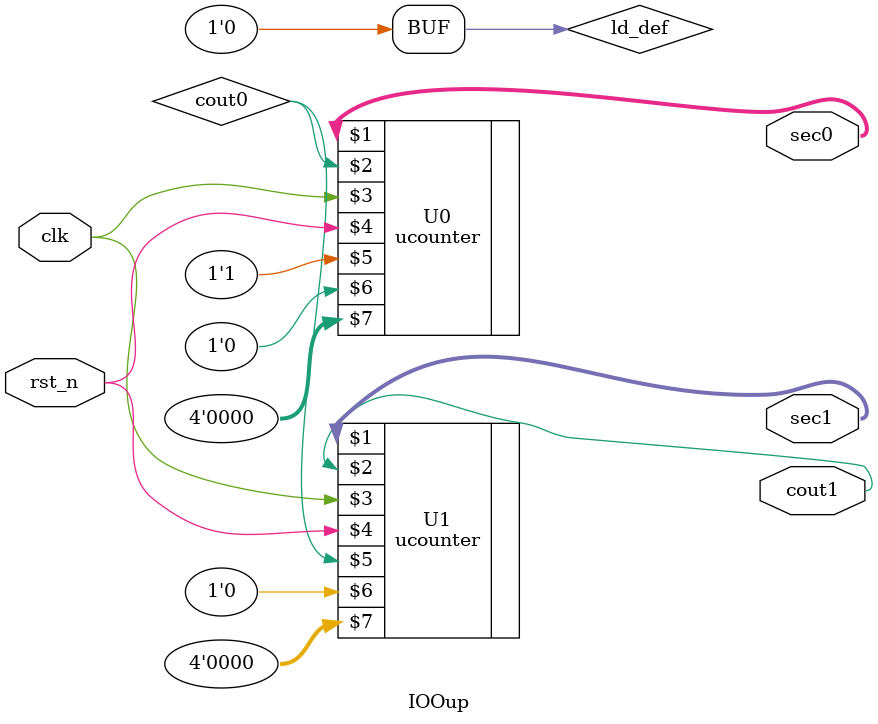
<source format=v>
`timescale 1ns / 1ps
`define BCD_ZERO 4'd0
`define BCD_FIVE 4'd5
`define BCD_NINE 4'd9
`define BCD_WIDTH 4
`define ENABLED 1'b1
`define DISABLED 1'b0

module IOOup( 
	 output [`BCD_WIDTH-1:0] sec1,
    output [`BCD_WIDTH-1:0] sec0,
	 output cout1,
    input clk,
    input rst_n
    );

	 wire cout0;
	 wire ld_def;
	 
	 assign ld_def = 1'b0;
	 
	 ucounter U1(sec1,cout1,clk,rst_n,cout0,ld_def,`BCD_ZERO);		//cout0 as count enable
	 ucounter U0(sec0,cout0,clk,rst_n,`ENABLED,ld_def,`BCD_ZERO);
	 

endmodule

</source>
